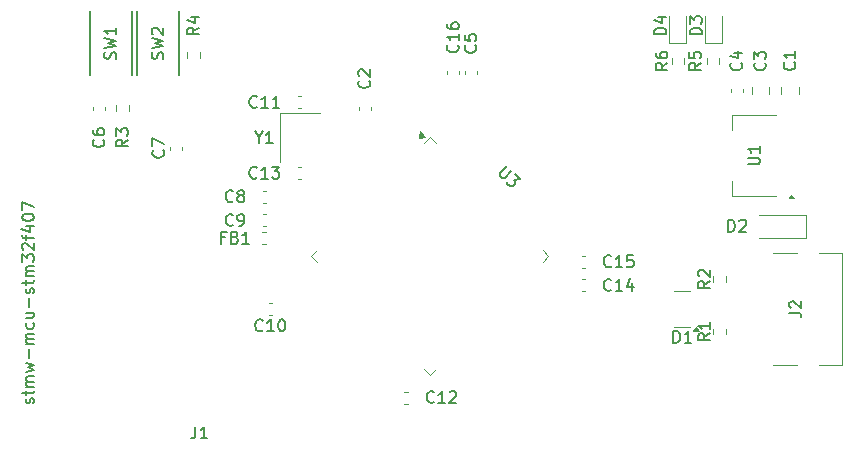
<source format=gto>
%TF.GenerationSoftware,KiCad,Pcbnew,9.0.4+dfsg-1*%
%TF.CreationDate,2025-10-04T09:30:26+08:00*%
%TF.ProjectId,stmw-mcu-stm32f407,73746d77-2d6d-4637-952d-73746d333266,a*%
%TF.SameCoordinates,Original*%
%TF.FileFunction,Legend,Top*%
%TF.FilePolarity,Positive*%
%FSLAX45Y45*%
G04 Gerber Fmt 4.5, Leading zero omitted, Abs format (unit mm)*
G04 Created by KiCad (PCBNEW 9.0.4+dfsg-1) date 2025-10-04 09:30:26*
%MOMM*%
%LPD*%
G01*
G04 APERTURE LIST*
%ADD10C,0.150000*%
%ADD11C,0.120000*%
G04 APERTURE END LIST*
D10*
X13016667Y-11345482D02*
X13016667Y-11416910D01*
X13016667Y-11416910D02*
X13011905Y-11431196D01*
X13011905Y-11431196D02*
X13002381Y-11440720D01*
X13002381Y-11440720D02*
X12988095Y-11445482D01*
X12988095Y-11445482D02*
X12978571Y-11445482D01*
X13116667Y-11445482D02*
X13059524Y-11445482D01*
X13088095Y-11445482D02*
X13088095Y-11345482D01*
X13088095Y-11345482D02*
X13078571Y-11359768D01*
X13078571Y-11359768D02*
X13069048Y-11369291D01*
X13069048Y-11369291D02*
X13059524Y-11374053D01*
X11643220Y-11149584D02*
X11647982Y-11140060D01*
X11647982Y-11140060D02*
X11647982Y-11121013D01*
X11647982Y-11121013D02*
X11643220Y-11111489D01*
X11643220Y-11111489D02*
X11633696Y-11106727D01*
X11633696Y-11106727D02*
X11628934Y-11106727D01*
X11628934Y-11106727D02*
X11619410Y-11111489D01*
X11619410Y-11111489D02*
X11614648Y-11121013D01*
X11614648Y-11121013D02*
X11614648Y-11135298D01*
X11614648Y-11135298D02*
X11609887Y-11144822D01*
X11609887Y-11144822D02*
X11600363Y-11149584D01*
X11600363Y-11149584D02*
X11595601Y-11149584D01*
X11595601Y-11149584D02*
X11586077Y-11144822D01*
X11586077Y-11144822D02*
X11581315Y-11135298D01*
X11581315Y-11135298D02*
X11581315Y-11121013D01*
X11581315Y-11121013D02*
X11586077Y-11111489D01*
X11581315Y-11078155D02*
X11581315Y-11040060D01*
X11547982Y-11063870D02*
X11633696Y-11063870D01*
X11633696Y-11063870D02*
X11643220Y-11059108D01*
X11643220Y-11059108D02*
X11647982Y-11049584D01*
X11647982Y-11049584D02*
X11647982Y-11040060D01*
X11647982Y-11006727D02*
X11581315Y-11006727D01*
X11590839Y-11006727D02*
X11586077Y-11001965D01*
X11586077Y-11001965D02*
X11581315Y-10992441D01*
X11581315Y-10992441D02*
X11581315Y-10978155D01*
X11581315Y-10978155D02*
X11586077Y-10968632D01*
X11586077Y-10968632D02*
X11595601Y-10963870D01*
X11595601Y-10963870D02*
X11647982Y-10963870D01*
X11595601Y-10963870D02*
X11586077Y-10959108D01*
X11586077Y-10959108D02*
X11581315Y-10949584D01*
X11581315Y-10949584D02*
X11581315Y-10935298D01*
X11581315Y-10935298D02*
X11586077Y-10925774D01*
X11586077Y-10925774D02*
X11595601Y-10921012D01*
X11595601Y-10921012D02*
X11647982Y-10921012D01*
X11581315Y-10882917D02*
X11647982Y-10863870D01*
X11647982Y-10863870D02*
X11600363Y-10844822D01*
X11600363Y-10844822D02*
X11647982Y-10825774D01*
X11647982Y-10825774D02*
X11581315Y-10806727D01*
X11609887Y-10768632D02*
X11609887Y-10692441D01*
X11647982Y-10644822D02*
X11581315Y-10644822D01*
X11590839Y-10644822D02*
X11586077Y-10640060D01*
X11586077Y-10640060D02*
X11581315Y-10630536D01*
X11581315Y-10630536D02*
X11581315Y-10616251D01*
X11581315Y-10616251D02*
X11586077Y-10606727D01*
X11586077Y-10606727D02*
X11595601Y-10601965D01*
X11595601Y-10601965D02*
X11647982Y-10601965D01*
X11595601Y-10601965D02*
X11586077Y-10597203D01*
X11586077Y-10597203D02*
X11581315Y-10587679D01*
X11581315Y-10587679D02*
X11581315Y-10573394D01*
X11581315Y-10573394D02*
X11586077Y-10563870D01*
X11586077Y-10563870D02*
X11595601Y-10559108D01*
X11595601Y-10559108D02*
X11647982Y-10559108D01*
X11643220Y-10468632D02*
X11647982Y-10478155D01*
X11647982Y-10478155D02*
X11647982Y-10497203D01*
X11647982Y-10497203D02*
X11643220Y-10506727D01*
X11643220Y-10506727D02*
X11638458Y-10511489D01*
X11638458Y-10511489D02*
X11628934Y-10516251D01*
X11628934Y-10516251D02*
X11600363Y-10516251D01*
X11600363Y-10516251D02*
X11590839Y-10511489D01*
X11590839Y-10511489D02*
X11586077Y-10506727D01*
X11586077Y-10506727D02*
X11581315Y-10497203D01*
X11581315Y-10497203D02*
X11581315Y-10478155D01*
X11581315Y-10478155D02*
X11586077Y-10468632D01*
X11581315Y-10382917D02*
X11647982Y-10382917D01*
X11581315Y-10425774D02*
X11633696Y-10425774D01*
X11633696Y-10425774D02*
X11643220Y-10421013D01*
X11643220Y-10421013D02*
X11647982Y-10411489D01*
X11647982Y-10411489D02*
X11647982Y-10397203D01*
X11647982Y-10397203D02*
X11643220Y-10387679D01*
X11643220Y-10387679D02*
X11638458Y-10382917D01*
X11609887Y-10335298D02*
X11609887Y-10259108D01*
X11643220Y-10216251D02*
X11647982Y-10206727D01*
X11647982Y-10206727D02*
X11647982Y-10187679D01*
X11647982Y-10187679D02*
X11643220Y-10178155D01*
X11643220Y-10178155D02*
X11633696Y-10173394D01*
X11633696Y-10173394D02*
X11628934Y-10173394D01*
X11628934Y-10173394D02*
X11619410Y-10178155D01*
X11619410Y-10178155D02*
X11614648Y-10187679D01*
X11614648Y-10187679D02*
X11614648Y-10201965D01*
X11614648Y-10201965D02*
X11609887Y-10211489D01*
X11609887Y-10211489D02*
X11600363Y-10216251D01*
X11600363Y-10216251D02*
X11595601Y-10216251D01*
X11595601Y-10216251D02*
X11586077Y-10211489D01*
X11586077Y-10211489D02*
X11581315Y-10201965D01*
X11581315Y-10201965D02*
X11581315Y-10187679D01*
X11581315Y-10187679D02*
X11586077Y-10178155D01*
X11581315Y-10144822D02*
X11581315Y-10106727D01*
X11547982Y-10130536D02*
X11633696Y-10130536D01*
X11633696Y-10130536D02*
X11643220Y-10125774D01*
X11643220Y-10125774D02*
X11647982Y-10116251D01*
X11647982Y-10116251D02*
X11647982Y-10106727D01*
X11647982Y-10073393D02*
X11581315Y-10073393D01*
X11590839Y-10073393D02*
X11586077Y-10068632D01*
X11586077Y-10068632D02*
X11581315Y-10059108D01*
X11581315Y-10059108D02*
X11581315Y-10044822D01*
X11581315Y-10044822D02*
X11586077Y-10035298D01*
X11586077Y-10035298D02*
X11595601Y-10030536D01*
X11595601Y-10030536D02*
X11647982Y-10030536D01*
X11595601Y-10030536D02*
X11586077Y-10025774D01*
X11586077Y-10025774D02*
X11581315Y-10016251D01*
X11581315Y-10016251D02*
X11581315Y-10001965D01*
X11581315Y-10001965D02*
X11586077Y-9992441D01*
X11586077Y-9992441D02*
X11595601Y-9987679D01*
X11595601Y-9987679D02*
X11647982Y-9987679D01*
X11547982Y-9949584D02*
X11547982Y-9887679D01*
X11547982Y-9887679D02*
X11586077Y-9921013D01*
X11586077Y-9921013D02*
X11586077Y-9906727D01*
X11586077Y-9906727D02*
X11590839Y-9897203D01*
X11590839Y-9897203D02*
X11595601Y-9892441D01*
X11595601Y-9892441D02*
X11605125Y-9887679D01*
X11605125Y-9887679D02*
X11628934Y-9887679D01*
X11628934Y-9887679D02*
X11638458Y-9892441D01*
X11638458Y-9892441D02*
X11643220Y-9897203D01*
X11643220Y-9897203D02*
X11647982Y-9906727D01*
X11647982Y-9906727D02*
X11647982Y-9935298D01*
X11647982Y-9935298D02*
X11643220Y-9944822D01*
X11643220Y-9944822D02*
X11638458Y-9949584D01*
X11557506Y-9849584D02*
X11552744Y-9844822D01*
X11552744Y-9844822D02*
X11547982Y-9835298D01*
X11547982Y-9835298D02*
X11547982Y-9811489D01*
X11547982Y-9811489D02*
X11552744Y-9801965D01*
X11552744Y-9801965D02*
X11557506Y-9797203D01*
X11557506Y-9797203D02*
X11567029Y-9792441D01*
X11567029Y-9792441D02*
X11576553Y-9792441D01*
X11576553Y-9792441D02*
X11590839Y-9797203D01*
X11590839Y-9797203D02*
X11647982Y-9854346D01*
X11647982Y-9854346D02*
X11647982Y-9792441D01*
X11581315Y-9763870D02*
X11581315Y-9725774D01*
X11647982Y-9749584D02*
X11562268Y-9749584D01*
X11562268Y-9749584D02*
X11552744Y-9744822D01*
X11552744Y-9744822D02*
X11547982Y-9735298D01*
X11547982Y-9735298D02*
X11547982Y-9725774D01*
X11581315Y-9649584D02*
X11647982Y-9649584D01*
X11543220Y-9673393D02*
X11614648Y-9697203D01*
X11614648Y-9697203D02*
X11614648Y-9635298D01*
X11547982Y-9578155D02*
X11547982Y-9568632D01*
X11547982Y-9568632D02*
X11552744Y-9559108D01*
X11552744Y-9559108D02*
X11557506Y-9554346D01*
X11557506Y-9554346D02*
X11567029Y-9549584D01*
X11567029Y-9549584D02*
X11586077Y-9544822D01*
X11586077Y-9544822D02*
X11609887Y-9544822D01*
X11609887Y-9544822D02*
X11628934Y-9549584D01*
X11628934Y-9549584D02*
X11638458Y-9554346D01*
X11638458Y-9554346D02*
X11643220Y-9559108D01*
X11643220Y-9559108D02*
X11647982Y-9568632D01*
X11647982Y-9568632D02*
X11647982Y-9578155D01*
X11647982Y-9578155D02*
X11643220Y-9587679D01*
X11643220Y-9587679D02*
X11638458Y-9592441D01*
X11638458Y-9592441D02*
X11628934Y-9597203D01*
X11628934Y-9597203D02*
X11609887Y-9601965D01*
X11609887Y-9601965D02*
X11586077Y-9601965D01*
X11586077Y-9601965D02*
X11567029Y-9597203D01*
X11567029Y-9597203D02*
X11557506Y-9592441D01*
X11557506Y-9592441D02*
X11552744Y-9587679D01*
X11552744Y-9587679D02*
X11547982Y-9578155D01*
X11547982Y-9511489D02*
X11547982Y-9444822D01*
X11547982Y-9444822D02*
X11647982Y-9487679D01*
X18045482Y-10383333D02*
X18116910Y-10383333D01*
X18116910Y-10383333D02*
X18131196Y-10388095D01*
X18131196Y-10388095D02*
X18140720Y-10397619D01*
X18140720Y-10397619D02*
X18145482Y-10411905D01*
X18145482Y-10411905D02*
X18145482Y-10421429D01*
X18055006Y-10340476D02*
X18050244Y-10335714D01*
X18050244Y-10335714D02*
X18045482Y-10326190D01*
X18045482Y-10326190D02*
X18045482Y-10302381D01*
X18045482Y-10302381D02*
X18050244Y-10292857D01*
X18050244Y-10292857D02*
X18055006Y-10288095D01*
X18055006Y-10288095D02*
X18064530Y-10283333D01*
X18064530Y-10283333D02*
X18074053Y-10283333D01*
X18074053Y-10283333D02*
X18088339Y-10288095D01*
X18088339Y-10288095D02*
X18145482Y-10345238D01*
X18145482Y-10345238D02*
X18145482Y-10283333D01*
X16535714Y-10185958D02*
X16530952Y-10190720D01*
X16530952Y-10190720D02*
X16516667Y-10195482D01*
X16516667Y-10195482D02*
X16507143Y-10195482D01*
X16507143Y-10195482D02*
X16492857Y-10190720D01*
X16492857Y-10190720D02*
X16483333Y-10181196D01*
X16483333Y-10181196D02*
X16478571Y-10171672D01*
X16478571Y-10171672D02*
X16473809Y-10152625D01*
X16473809Y-10152625D02*
X16473809Y-10138339D01*
X16473809Y-10138339D02*
X16478571Y-10119291D01*
X16478571Y-10119291D02*
X16483333Y-10109768D01*
X16483333Y-10109768D02*
X16492857Y-10100244D01*
X16492857Y-10100244D02*
X16507143Y-10095482D01*
X16507143Y-10095482D02*
X16516667Y-10095482D01*
X16516667Y-10095482D02*
X16530952Y-10100244D01*
X16530952Y-10100244D02*
X16535714Y-10105006D01*
X16630952Y-10195482D02*
X16573809Y-10195482D01*
X16602381Y-10195482D02*
X16602381Y-10095482D01*
X16602381Y-10095482D02*
X16592857Y-10109768D01*
X16592857Y-10109768D02*
X16583333Y-10119291D01*
X16583333Y-10119291D02*
X16573809Y-10124053D01*
X16716667Y-10128815D02*
X16716667Y-10195482D01*
X16692857Y-10090720D02*
X16669048Y-10162149D01*
X16669048Y-10162149D02*
X16730952Y-10162149D01*
X13535714Y-8635958D02*
X13530952Y-8640720D01*
X13530952Y-8640720D02*
X13516667Y-8645482D01*
X13516667Y-8645482D02*
X13507143Y-8645482D01*
X13507143Y-8645482D02*
X13492857Y-8640720D01*
X13492857Y-8640720D02*
X13483333Y-8631196D01*
X13483333Y-8631196D02*
X13478571Y-8621672D01*
X13478571Y-8621672D02*
X13473809Y-8602625D01*
X13473809Y-8602625D02*
X13473809Y-8588339D01*
X13473809Y-8588339D02*
X13478571Y-8569291D01*
X13478571Y-8569291D02*
X13483333Y-8559768D01*
X13483333Y-8559768D02*
X13492857Y-8550244D01*
X13492857Y-8550244D02*
X13507143Y-8545482D01*
X13507143Y-8545482D02*
X13516667Y-8545482D01*
X13516667Y-8545482D02*
X13530952Y-8550244D01*
X13530952Y-8550244D02*
X13535714Y-8555006D01*
X13630952Y-8645482D02*
X13573809Y-8645482D01*
X13602381Y-8645482D02*
X13602381Y-8545482D01*
X13602381Y-8545482D02*
X13592857Y-8559768D01*
X13592857Y-8559768D02*
X13583333Y-8569291D01*
X13583333Y-8569291D02*
X13573809Y-8574053D01*
X13726190Y-8645482D02*
X13669048Y-8645482D01*
X13697619Y-8645482D02*
X13697619Y-8545482D01*
X13697619Y-8545482D02*
X13688095Y-8559768D01*
X13688095Y-8559768D02*
X13678571Y-8569291D01*
X13678571Y-8569291D02*
X13669048Y-8574053D01*
X17302482Y-8023809D02*
X17202482Y-8023809D01*
X17202482Y-8023809D02*
X17202482Y-8000000D01*
X17202482Y-8000000D02*
X17207244Y-7985714D01*
X17207244Y-7985714D02*
X17216768Y-7976190D01*
X17216768Y-7976190D02*
X17226291Y-7971428D01*
X17226291Y-7971428D02*
X17245339Y-7966667D01*
X17245339Y-7966667D02*
X17259625Y-7966667D01*
X17259625Y-7966667D02*
X17278672Y-7971428D01*
X17278672Y-7971428D02*
X17288196Y-7976190D01*
X17288196Y-7976190D02*
X17297720Y-7985714D01*
X17297720Y-7985714D02*
X17302482Y-8000000D01*
X17302482Y-8000000D02*
X17302482Y-8023809D01*
X17202482Y-7933333D02*
X17202482Y-7871428D01*
X17202482Y-7871428D02*
X17240577Y-7904762D01*
X17240577Y-7904762D02*
X17240577Y-7890476D01*
X17240577Y-7890476D02*
X17245339Y-7880952D01*
X17245339Y-7880952D02*
X17250101Y-7876190D01*
X17250101Y-7876190D02*
X17259625Y-7871428D01*
X17259625Y-7871428D02*
X17283434Y-7871428D01*
X17283434Y-7871428D02*
X17292958Y-7876190D01*
X17292958Y-7876190D02*
X17297720Y-7880952D01*
X17297720Y-7880952D02*
X17302482Y-7890476D01*
X17302482Y-7890476D02*
X17302482Y-7919047D01*
X17302482Y-7919047D02*
X17297720Y-7928571D01*
X17297720Y-7928571D02*
X17292958Y-7933333D01*
X18085958Y-8262667D02*
X18090720Y-8267428D01*
X18090720Y-8267428D02*
X18095482Y-8281714D01*
X18095482Y-8281714D02*
X18095482Y-8291238D01*
X18095482Y-8291238D02*
X18090720Y-8305524D01*
X18090720Y-8305524D02*
X18081196Y-8315047D01*
X18081196Y-8315047D02*
X18071672Y-8319809D01*
X18071672Y-8319809D02*
X18052625Y-8324571D01*
X18052625Y-8324571D02*
X18038339Y-8324571D01*
X18038339Y-8324571D02*
X18019291Y-8319809D01*
X18019291Y-8319809D02*
X18009768Y-8315047D01*
X18009768Y-8315047D02*
X18000244Y-8305524D01*
X18000244Y-8305524D02*
X17995482Y-8291238D01*
X17995482Y-8291238D02*
X17995482Y-8281714D01*
X17995482Y-8281714D02*
X18000244Y-8267428D01*
X18000244Y-8267428D02*
X18005006Y-8262667D01*
X18095482Y-8167428D02*
X18095482Y-8224571D01*
X18095482Y-8196000D02*
X17995482Y-8196000D01*
X17995482Y-8196000D02*
X18009768Y-8205524D01*
X18009768Y-8205524D02*
X18019291Y-8215047D01*
X18019291Y-8215047D02*
X18024053Y-8224571D01*
X17062691Y-10635482D02*
X17062691Y-10535482D01*
X17062691Y-10535482D02*
X17086500Y-10535482D01*
X17086500Y-10535482D02*
X17100786Y-10540244D01*
X17100786Y-10540244D02*
X17110310Y-10549768D01*
X17110310Y-10549768D02*
X17115071Y-10559291D01*
X17115071Y-10559291D02*
X17119833Y-10578339D01*
X17119833Y-10578339D02*
X17119833Y-10592625D01*
X17119833Y-10592625D02*
X17115071Y-10611672D01*
X17115071Y-10611672D02*
X17110310Y-10621196D01*
X17110310Y-10621196D02*
X17100786Y-10630720D01*
X17100786Y-10630720D02*
X17086500Y-10635482D01*
X17086500Y-10635482D02*
X17062691Y-10635482D01*
X17215071Y-10635482D02*
X17157929Y-10635482D01*
X17186500Y-10635482D02*
X17186500Y-10535482D01*
X17186500Y-10535482D02*
X17176976Y-10549768D01*
X17176976Y-10549768D02*
X17167452Y-10559291D01*
X17167452Y-10559291D02*
X17157929Y-10564053D01*
X17372482Y-10557167D02*
X17324863Y-10590500D01*
X17372482Y-10614309D02*
X17272482Y-10614309D01*
X17272482Y-10614309D02*
X17272482Y-10576214D01*
X17272482Y-10576214D02*
X17277244Y-10566690D01*
X17277244Y-10566690D02*
X17282006Y-10561929D01*
X17282006Y-10561929D02*
X17291530Y-10557167D01*
X17291530Y-10557167D02*
X17305815Y-10557167D01*
X17305815Y-10557167D02*
X17315339Y-10561929D01*
X17315339Y-10561929D02*
X17320101Y-10566690D01*
X17320101Y-10566690D02*
X17324863Y-10576214D01*
X17324863Y-10576214D02*
X17324863Y-10614309D01*
X17372482Y-10461929D02*
X17372482Y-10519071D01*
X17372482Y-10490500D02*
X17272482Y-10490500D01*
X17272482Y-10490500D02*
X17286768Y-10500024D01*
X17286768Y-10500024D02*
X17296291Y-10509548D01*
X17296291Y-10509548D02*
X17301053Y-10519071D01*
X15651477Y-9140773D02*
X15594235Y-9198015D01*
X15594235Y-9198015D02*
X15590868Y-9208117D01*
X15590868Y-9208117D02*
X15590868Y-9214851D01*
X15590868Y-9214851D02*
X15594235Y-9224953D01*
X15594235Y-9224953D02*
X15607704Y-9238421D01*
X15607704Y-9238421D02*
X15617805Y-9241789D01*
X15617805Y-9241789D02*
X15624540Y-9241789D01*
X15624540Y-9241789D02*
X15634641Y-9238421D01*
X15634641Y-9238421D02*
X15691883Y-9181179D01*
X15718820Y-9208117D02*
X15762594Y-9251890D01*
X15762594Y-9251890D02*
X15712086Y-9255257D01*
X15712086Y-9255257D02*
X15722188Y-9265359D01*
X15722188Y-9265359D02*
X15725555Y-9275460D01*
X15725555Y-9275460D02*
X15725555Y-9282195D01*
X15725555Y-9282195D02*
X15722188Y-9292296D01*
X15722188Y-9292296D02*
X15705352Y-9309132D01*
X15705352Y-9309132D02*
X15695250Y-9312499D01*
X15695250Y-9312499D02*
X15688516Y-9312499D01*
X15688516Y-9312499D02*
X15678414Y-9309132D01*
X15678414Y-9309132D02*
X15658211Y-9288929D01*
X15658211Y-9288929D02*
X15654844Y-9278828D01*
X15654844Y-9278828D02*
X15654844Y-9272093D01*
X12445482Y-8916667D02*
X12397863Y-8950000D01*
X12445482Y-8973809D02*
X12345482Y-8973809D01*
X12345482Y-8973809D02*
X12345482Y-8935714D01*
X12345482Y-8935714D02*
X12350244Y-8926190D01*
X12350244Y-8926190D02*
X12355006Y-8921429D01*
X12355006Y-8921429D02*
X12364529Y-8916667D01*
X12364529Y-8916667D02*
X12378815Y-8916667D01*
X12378815Y-8916667D02*
X12388339Y-8921429D01*
X12388339Y-8921429D02*
X12393101Y-8926190D01*
X12393101Y-8926190D02*
X12397863Y-8935714D01*
X12397863Y-8935714D02*
X12397863Y-8973809D01*
X12345482Y-8883333D02*
X12345482Y-8821429D01*
X12345482Y-8821429D02*
X12383577Y-8854762D01*
X12383577Y-8854762D02*
X12383577Y-8840476D01*
X12383577Y-8840476D02*
X12388339Y-8830952D01*
X12388339Y-8830952D02*
X12393101Y-8826190D01*
X12393101Y-8826190D02*
X12402625Y-8821429D01*
X12402625Y-8821429D02*
X12426434Y-8821429D01*
X12426434Y-8821429D02*
X12435958Y-8826190D01*
X12435958Y-8826190D02*
X12440720Y-8830952D01*
X12440720Y-8830952D02*
X12445482Y-8840476D01*
X12445482Y-8840476D02*
X12445482Y-8869048D01*
X12445482Y-8869048D02*
X12440720Y-8878571D01*
X12440720Y-8878571D02*
X12435958Y-8883333D01*
X17372482Y-10112667D02*
X17324863Y-10146000D01*
X17372482Y-10169809D02*
X17272482Y-10169809D01*
X17272482Y-10169809D02*
X17272482Y-10131714D01*
X17272482Y-10131714D02*
X17277244Y-10122190D01*
X17277244Y-10122190D02*
X17282006Y-10117429D01*
X17282006Y-10117429D02*
X17291530Y-10112667D01*
X17291530Y-10112667D02*
X17305815Y-10112667D01*
X17305815Y-10112667D02*
X17315339Y-10117429D01*
X17315339Y-10117429D02*
X17320101Y-10122190D01*
X17320101Y-10122190D02*
X17324863Y-10131714D01*
X17324863Y-10131714D02*
X17324863Y-10169809D01*
X17282006Y-10074571D02*
X17277244Y-10069809D01*
X17277244Y-10069809D02*
X17272482Y-10060286D01*
X17272482Y-10060286D02*
X17272482Y-10036476D01*
X17272482Y-10036476D02*
X17277244Y-10026952D01*
X17277244Y-10026952D02*
X17282006Y-10022190D01*
X17282006Y-10022190D02*
X17291530Y-10017429D01*
X17291530Y-10017429D02*
X17301053Y-10017429D01*
X17301053Y-10017429D02*
X17315339Y-10022190D01*
X17315339Y-10022190D02*
X17372482Y-10079333D01*
X17372482Y-10079333D02*
X17372482Y-10017429D01*
X13552381Y-8897863D02*
X13552381Y-8945482D01*
X13519048Y-8845482D02*
X13552381Y-8897863D01*
X13552381Y-8897863D02*
X13585714Y-8845482D01*
X13671428Y-8945482D02*
X13614286Y-8945482D01*
X13642857Y-8945482D02*
X13642857Y-8845482D01*
X13642857Y-8845482D02*
X13633333Y-8859768D01*
X13633333Y-8859768D02*
X13623809Y-8869291D01*
X13623809Y-8869291D02*
X13614286Y-8874053D01*
X17295482Y-8266667D02*
X17247863Y-8300000D01*
X17295482Y-8323809D02*
X17195482Y-8323809D01*
X17195482Y-8323809D02*
X17195482Y-8285714D01*
X17195482Y-8285714D02*
X17200244Y-8276190D01*
X17200244Y-8276190D02*
X17205006Y-8271428D01*
X17205006Y-8271428D02*
X17214530Y-8266667D01*
X17214530Y-8266667D02*
X17228815Y-8266667D01*
X17228815Y-8266667D02*
X17238339Y-8271428D01*
X17238339Y-8271428D02*
X17243101Y-8276190D01*
X17243101Y-8276190D02*
X17247863Y-8285714D01*
X17247863Y-8285714D02*
X17247863Y-8323809D01*
X17195482Y-8176190D02*
X17195482Y-8223809D01*
X17195482Y-8223809D02*
X17243101Y-8228571D01*
X17243101Y-8228571D02*
X17238339Y-8223809D01*
X17238339Y-8223809D02*
X17233577Y-8214286D01*
X17233577Y-8214286D02*
X17233577Y-8190476D01*
X17233577Y-8190476D02*
X17238339Y-8180952D01*
X17238339Y-8180952D02*
X17243101Y-8176190D01*
X17243101Y-8176190D02*
X17252625Y-8171428D01*
X17252625Y-8171428D02*
X17276434Y-8171428D01*
X17276434Y-8171428D02*
X17285958Y-8176190D01*
X17285958Y-8176190D02*
X17290720Y-8180952D01*
X17290720Y-8180952D02*
X17295482Y-8190476D01*
X17295482Y-8190476D02*
X17295482Y-8214286D01*
X17295482Y-8214286D02*
X17290720Y-8223809D01*
X17290720Y-8223809D02*
X17285958Y-8228571D01*
X14485958Y-8416667D02*
X14490720Y-8421429D01*
X14490720Y-8421429D02*
X14495482Y-8435714D01*
X14495482Y-8435714D02*
X14495482Y-8445238D01*
X14495482Y-8445238D02*
X14490720Y-8459524D01*
X14490720Y-8459524D02*
X14481196Y-8469048D01*
X14481196Y-8469048D02*
X14471672Y-8473809D01*
X14471672Y-8473809D02*
X14452625Y-8478571D01*
X14452625Y-8478571D02*
X14438339Y-8478571D01*
X14438339Y-8478571D02*
X14419291Y-8473809D01*
X14419291Y-8473809D02*
X14409768Y-8469048D01*
X14409768Y-8469048D02*
X14400244Y-8459524D01*
X14400244Y-8459524D02*
X14395482Y-8445238D01*
X14395482Y-8445238D02*
X14395482Y-8435714D01*
X14395482Y-8435714D02*
X14400244Y-8421429D01*
X14400244Y-8421429D02*
X14405006Y-8416667D01*
X14405006Y-8378571D02*
X14400244Y-8373809D01*
X14400244Y-8373809D02*
X14395482Y-8364286D01*
X14395482Y-8364286D02*
X14395482Y-8340476D01*
X14395482Y-8340476D02*
X14400244Y-8330952D01*
X14400244Y-8330952D02*
X14405006Y-8326190D01*
X14405006Y-8326190D02*
X14414529Y-8321428D01*
X14414529Y-8321428D02*
X14424053Y-8321428D01*
X14424053Y-8321428D02*
X14438339Y-8326190D01*
X14438339Y-8326190D02*
X14495482Y-8383333D01*
X14495482Y-8383333D02*
X14495482Y-8321428D01*
X13333333Y-9635958D02*
X13328571Y-9640720D01*
X13328571Y-9640720D02*
X13314286Y-9645482D01*
X13314286Y-9645482D02*
X13304762Y-9645482D01*
X13304762Y-9645482D02*
X13290476Y-9640720D01*
X13290476Y-9640720D02*
X13280952Y-9631196D01*
X13280952Y-9631196D02*
X13276190Y-9621672D01*
X13276190Y-9621672D02*
X13271429Y-9602625D01*
X13271429Y-9602625D02*
X13271429Y-9588339D01*
X13271429Y-9588339D02*
X13276190Y-9569291D01*
X13276190Y-9569291D02*
X13280952Y-9559768D01*
X13280952Y-9559768D02*
X13290476Y-9550244D01*
X13290476Y-9550244D02*
X13304762Y-9545482D01*
X13304762Y-9545482D02*
X13314286Y-9545482D01*
X13314286Y-9545482D02*
X13328571Y-9550244D01*
X13328571Y-9550244D02*
X13333333Y-9555006D01*
X13380952Y-9645482D02*
X13400000Y-9645482D01*
X13400000Y-9645482D02*
X13409524Y-9640720D01*
X13409524Y-9640720D02*
X13414286Y-9635958D01*
X13414286Y-9635958D02*
X13423809Y-9621672D01*
X13423809Y-9621672D02*
X13428571Y-9602625D01*
X13428571Y-9602625D02*
X13428571Y-9564530D01*
X13428571Y-9564530D02*
X13423809Y-9555006D01*
X13423809Y-9555006D02*
X13419048Y-9550244D01*
X13419048Y-9550244D02*
X13409524Y-9545482D01*
X13409524Y-9545482D02*
X13390476Y-9545482D01*
X13390476Y-9545482D02*
X13380952Y-9550244D01*
X13380952Y-9550244D02*
X13376190Y-9555006D01*
X13376190Y-9555006D02*
X13371429Y-9564530D01*
X13371429Y-9564530D02*
X13371429Y-9588339D01*
X13371429Y-9588339D02*
X13376190Y-9597863D01*
X13376190Y-9597863D02*
X13380952Y-9602625D01*
X13380952Y-9602625D02*
X13390476Y-9607387D01*
X13390476Y-9607387D02*
X13409524Y-9607387D01*
X13409524Y-9607387D02*
X13419048Y-9602625D01*
X13419048Y-9602625D02*
X13423809Y-9597863D01*
X13423809Y-9597863D02*
X13428571Y-9588339D01*
X12235958Y-8916667D02*
X12240720Y-8921429D01*
X12240720Y-8921429D02*
X12245482Y-8935714D01*
X12245482Y-8935714D02*
X12245482Y-8945238D01*
X12245482Y-8945238D02*
X12240720Y-8959524D01*
X12240720Y-8959524D02*
X12231196Y-8969048D01*
X12231196Y-8969048D02*
X12221672Y-8973809D01*
X12221672Y-8973809D02*
X12202625Y-8978571D01*
X12202625Y-8978571D02*
X12188339Y-8978571D01*
X12188339Y-8978571D02*
X12169291Y-8973809D01*
X12169291Y-8973809D02*
X12159768Y-8969048D01*
X12159768Y-8969048D02*
X12150244Y-8959524D01*
X12150244Y-8959524D02*
X12145482Y-8945238D01*
X12145482Y-8945238D02*
X12145482Y-8935714D01*
X12145482Y-8935714D02*
X12150244Y-8921429D01*
X12150244Y-8921429D02*
X12155006Y-8916667D01*
X12145482Y-8830952D02*
X12145482Y-8850000D01*
X12145482Y-8850000D02*
X12150244Y-8859524D01*
X12150244Y-8859524D02*
X12155006Y-8864286D01*
X12155006Y-8864286D02*
X12169291Y-8873809D01*
X12169291Y-8873809D02*
X12188339Y-8878571D01*
X12188339Y-8878571D02*
X12226434Y-8878571D01*
X12226434Y-8878571D02*
X12235958Y-8873809D01*
X12235958Y-8873809D02*
X12240720Y-8869048D01*
X12240720Y-8869048D02*
X12245482Y-8859524D01*
X12245482Y-8859524D02*
X12245482Y-8840476D01*
X12245482Y-8840476D02*
X12240720Y-8830952D01*
X12240720Y-8830952D02*
X12235958Y-8826190D01*
X12235958Y-8826190D02*
X12226434Y-8821429D01*
X12226434Y-8821429D02*
X12202625Y-8821429D01*
X12202625Y-8821429D02*
X12193101Y-8826190D01*
X12193101Y-8826190D02*
X12188339Y-8830952D01*
X12188339Y-8830952D02*
X12183577Y-8840476D01*
X12183577Y-8840476D02*
X12183577Y-8859524D01*
X12183577Y-8859524D02*
X12188339Y-8869048D01*
X12188339Y-8869048D02*
X12193101Y-8873809D01*
X12193101Y-8873809D02*
X12202625Y-8878571D01*
X17012982Y-8266667D02*
X16965363Y-8300000D01*
X17012982Y-8323809D02*
X16912982Y-8323809D01*
X16912982Y-8323809D02*
X16912982Y-8285714D01*
X16912982Y-8285714D02*
X16917744Y-8276190D01*
X16917744Y-8276190D02*
X16922506Y-8271428D01*
X16922506Y-8271428D02*
X16932030Y-8266667D01*
X16932030Y-8266667D02*
X16946315Y-8266667D01*
X16946315Y-8266667D02*
X16955839Y-8271428D01*
X16955839Y-8271428D02*
X16960601Y-8276190D01*
X16960601Y-8276190D02*
X16965363Y-8285714D01*
X16965363Y-8285714D02*
X16965363Y-8323809D01*
X16912982Y-8180952D02*
X16912982Y-8200000D01*
X16912982Y-8200000D02*
X16917744Y-8209524D01*
X16917744Y-8209524D02*
X16922506Y-8214286D01*
X16922506Y-8214286D02*
X16936791Y-8223809D01*
X16936791Y-8223809D02*
X16955839Y-8228571D01*
X16955839Y-8228571D02*
X16993934Y-8228571D01*
X16993934Y-8228571D02*
X17003458Y-8223809D01*
X17003458Y-8223809D02*
X17008220Y-8219047D01*
X17008220Y-8219047D02*
X17012982Y-8209524D01*
X17012982Y-8209524D02*
X17012982Y-8190476D01*
X17012982Y-8190476D02*
X17008220Y-8180952D01*
X17008220Y-8180952D02*
X17003458Y-8176190D01*
X17003458Y-8176190D02*
X16993934Y-8171428D01*
X16993934Y-8171428D02*
X16970125Y-8171428D01*
X16970125Y-8171428D02*
X16960601Y-8176190D01*
X16960601Y-8176190D02*
X16955839Y-8180952D01*
X16955839Y-8180952D02*
X16951077Y-8190476D01*
X16951077Y-8190476D02*
X16951077Y-8209524D01*
X16951077Y-8209524D02*
X16955839Y-8219047D01*
X16955839Y-8219047D02*
X16960601Y-8223809D01*
X16960601Y-8223809D02*
X16970125Y-8228571D01*
X13585714Y-10528958D02*
X13580952Y-10533720D01*
X13580952Y-10533720D02*
X13566667Y-10538482D01*
X13566667Y-10538482D02*
X13557143Y-10538482D01*
X13557143Y-10538482D02*
X13542857Y-10533720D01*
X13542857Y-10533720D02*
X13533333Y-10524196D01*
X13533333Y-10524196D02*
X13528571Y-10514672D01*
X13528571Y-10514672D02*
X13523809Y-10495625D01*
X13523809Y-10495625D02*
X13523809Y-10481339D01*
X13523809Y-10481339D02*
X13528571Y-10462291D01*
X13528571Y-10462291D02*
X13533333Y-10452768D01*
X13533333Y-10452768D02*
X13542857Y-10443244D01*
X13542857Y-10443244D02*
X13557143Y-10438482D01*
X13557143Y-10438482D02*
X13566667Y-10438482D01*
X13566667Y-10438482D02*
X13580952Y-10443244D01*
X13580952Y-10443244D02*
X13585714Y-10448006D01*
X13680952Y-10538482D02*
X13623809Y-10538482D01*
X13652381Y-10538482D02*
X13652381Y-10438482D01*
X13652381Y-10438482D02*
X13642857Y-10452768D01*
X13642857Y-10452768D02*
X13633333Y-10462291D01*
X13633333Y-10462291D02*
X13623809Y-10467053D01*
X13742857Y-10438482D02*
X13752381Y-10438482D01*
X13752381Y-10438482D02*
X13761905Y-10443244D01*
X13761905Y-10443244D02*
X13766667Y-10448006D01*
X13766667Y-10448006D02*
X13771428Y-10457530D01*
X13771428Y-10457530D02*
X13776190Y-10476577D01*
X13776190Y-10476577D02*
X13776190Y-10500387D01*
X13776190Y-10500387D02*
X13771428Y-10519434D01*
X13771428Y-10519434D02*
X13766667Y-10528958D01*
X13766667Y-10528958D02*
X13761905Y-10533720D01*
X13761905Y-10533720D02*
X13752381Y-10538482D01*
X13752381Y-10538482D02*
X13742857Y-10538482D01*
X13742857Y-10538482D02*
X13733333Y-10533720D01*
X13733333Y-10533720D02*
X13728571Y-10528958D01*
X13728571Y-10528958D02*
X13723809Y-10519434D01*
X13723809Y-10519434D02*
X13719048Y-10500387D01*
X13719048Y-10500387D02*
X13719048Y-10476577D01*
X13719048Y-10476577D02*
X13723809Y-10457530D01*
X13723809Y-10457530D02*
X13728571Y-10448006D01*
X13728571Y-10448006D02*
X13733333Y-10443244D01*
X13733333Y-10443244D02*
X13742857Y-10438482D01*
X13535714Y-9235958D02*
X13530952Y-9240720D01*
X13530952Y-9240720D02*
X13516667Y-9245482D01*
X13516667Y-9245482D02*
X13507143Y-9245482D01*
X13507143Y-9245482D02*
X13492857Y-9240720D01*
X13492857Y-9240720D02*
X13483333Y-9231196D01*
X13483333Y-9231196D02*
X13478571Y-9221672D01*
X13478571Y-9221672D02*
X13473809Y-9202625D01*
X13473809Y-9202625D02*
X13473809Y-9188339D01*
X13473809Y-9188339D02*
X13478571Y-9169291D01*
X13478571Y-9169291D02*
X13483333Y-9159768D01*
X13483333Y-9159768D02*
X13492857Y-9150244D01*
X13492857Y-9150244D02*
X13507143Y-9145482D01*
X13507143Y-9145482D02*
X13516667Y-9145482D01*
X13516667Y-9145482D02*
X13530952Y-9150244D01*
X13530952Y-9150244D02*
X13535714Y-9155006D01*
X13630952Y-9245482D02*
X13573809Y-9245482D01*
X13602381Y-9245482D02*
X13602381Y-9145482D01*
X13602381Y-9145482D02*
X13592857Y-9159768D01*
X13592857Y-9159768D02*
X13583333Y-9169291D01*
X13583333Y-9169291D02*
X13573809Y-9174053D01*
X13664286Y-9145482D02*
X13726190Y-9145482D01*
X13726190Y-9145482D02*
X13692857Y-9183577D01*
X13692857Y-9183577D02*
X13707143Y-9183577D01*
X13707143Y-9183577D02*
X13716667Y-9188339D01*
X13716667Y-9188339D02*
X13721428Y-9193101D01*
X13721428Y-9193101D02*
X13726190Y-9202625D01*
X13726190Y-9202625D02*
X13726190Y-9226434D01*
X13726190Y-9226434D02*
X13721428Y-9235958D01*
X13721428Y-9235958D02*
X13716667Y-9240720D01*
X13716667Y-9240720D02*
X13707143Y-9245482D01*
X13707143Y-9245482D02*
X13678571Y-9245482D01*
X13678571Y-9245482D02*
X13669048Y-9240720D01*
X13669048Y-9240720D02*
X13664286Y-9235958D01*
X17835958Y-8266667D02*
X17840720Y-8271428D01*
X17840720Y-8271428D02*
X17845482Y-8285714D01*
X17845482Y-8285714D02*
X17845482Y-8295238D01*
X17845482Y-8295238D02*
X17840720Y-8309524D01*
X17840720Y-8309524D02*
X17831196Y-8319047D01*
X17831196Y-8319047D02*
X17821672Y-8323809D01*
X17821672Y-8323809D02*
X17802625Y-8328571D01*
X17802625Y-8328571D02*
X17788339Y-8328571D01*
X17788339Y-8328571D02*
X17769291Y-8323809D01*
X17769291Y-8323809D02*
X17759768Y-8319047D01*
X17759768Y-8319047D02*
X17750244Y-8309524D01*
X17750244Y-8309524D02*
X17745482Y-8295238D01*
X17745482Y-8295238D02*
X17745482Y-8285714D01*
X17745482Y-8285714D02*
X17750244Y-8271428D01*
X17750244Y-8271428D02*
X17755006Y-8266667D01*
X17745482Y-8233333D02*
X17745482Y-8171428D01*
X17745482Y-8171428D02*
X17783577Y-8204762D01*
X17783577Y-8204762D02*
X17783577Y-8190476D01*
X17783577Y-8190476D02*
X17788339Y-8180952D01*
X17788339Y-8180952D02*
X17793101Y-8176190D01*
X17793101Y-8176190D02*
X17802625Y-8171428D01*
X17802625Y-8171428D02*
X17826434Y-8171428D01*
X17826434Y-8171428D02*
X17835958Y-8176190D01*
X17835958Y-8176190D02*
X17840720Y-8180952D01*
X17840720Y-8180952D02*
X17845482Y-8190476D01*
X17845482Y-8190476D02*
X17845482Y-8219047D01*
X17845482Y-8219047D02*
X17840720Y-8228571D01*
X17840720Y-8228571D02*
X17835958Y-8233333D01*
X17695482Y-9126190D02*
X17776434Y-9126190D01*
X17776434Y-9126190D02*
X17785958Y-9121429D01*
X17785958Y-9121429D02*
X17790720Y-9116667D01*
X17790720Y-9116667D02*
X17795482Y-9107143D01*
X17795482Y-9107143D02*
X17795482Y-9088095D01*
X17795482Y-9088095D02*
X17790720Y-9078571D01*
X17790720Y-9078571D02*
X17785958Y-9073810D01*
X17785958Y-9073810D02*
X17776434Y-9069048D01*
X17776434Y-9069048D02*
X17695482Y-9069048D01*
X17795482Y-8969048D02*
X17795482Y-9026190D01*
X17795482Y-8997619D02*
X17695482Y-8997619D01*
X17695482Y-8997619D02*
X17709768Y-9007143D01*
X17709768Y-9007143D02*
X17719291Y-9016667D01*
X17719291Y-9016667D02*
X17724053Y-9026190D01*
X15035714Y-11135958D02*
X15030952Y-11140720D01*
X15030952Y-11140720D02*
X15016667Y-11145482D01*
X15016667Y-11145482D02*
X15007143Y-11145482D01*
X15007143Y-11145482D02*
X14992857Y-11140720D01*
X14992857Y-11140720D02*
X14983333Y-11131196D01*
X14983333Y-11131196D02*
X14978571Y-11121672D01*
X14978571Y-11121672D02*
X14973809Y-11102625D01*
X14973809Y-11102625D02*
X14973809Y-11088339D01*
X14973809Y-11088339D02*
X14978571Y-11069291D01*
X14978571Y-11069291D02*
X14983333Y-11059768D01*
X14983333Y-11059768D02*
X14992857Y-11050244D01*
X14992857Y-11050244D02*
X15007143Y-11045482D01*
X15007143Y-11045482D02*
X15016667Y-11045482D01*
X15016667Y-11045482D02*
X15030952Y-11050244D01*
X15030952Y-11050244D02*
X15035714Y-11055006D01*
X15130952Y-11145482D02*
X15073809Y-11145482D01*
X15102381Y-11145482D02*
X15102381Y-11045482D01*
X15102381Y-11045482D02*
X15092857Y-11059768D01*
X15092857Y-11059768D02*
X15083333Y-11069291D01*
X15083333Y-11069291D02*
X15073809Y-11074053D01*
X15169048Y-11055006D02*
X15173809Y-11050244D01*
X15173809Y-11050244D02*
X15183333Y-11045482D01*
X15183333Y-11045482D02*
X15207143Y-11045482D01*
X15207143Y-11045482D02*
X15216667Y-11050244D01*
X15216667Y-11050244D02*
X15221428Y-11055006D01*
X15221428Y-11055006D02*
X15226190Y-11064530D01*
X15226190Y-11064530D02*
X15226190Y-11074053D01*
X15226190Y-11074053D02*
X15221428Y-11088339D01*
X15221428Y-11088339D02*
X15164286Y-11145482D01*
X15164286Y-11145482D02*
X15226190Y-11145482D01*
X12742958Y-9006167D02*
X12747720Y-9010929D01*
X12747720Y-9010929D02*
X12752482Y-9025214D01*
X12752482Y-9025214D02*
X12752482Y-9034738D01*
X12752482Y-9034738D02*
X12747720Y-9049024D01*
X12747720Y-9049024D02*
X12738196Y-9058548D01*
X12738196Y-9058548D02*
X12728672Y-9063309D01*
X12728672Y-9063309D02*
X12709625Y-9068071D01*
X12709625Y-9068071D02*
X12695339Y-9068071D01*
X12695339Y-9068071D02*
X12676291Y-9063309D01*
X12676291Y-9063309D02*
X12666768Y-9058548D01*
X12666768Y-9058548D02*
X12657244Y-9049024D01*
X12657244Y-9049024D02*
X12652482Y-9034738D01*
X12652482Y-9034738D02*
X12652482Y-9025214D01*
X12652482Y-9025214D02*
X12657244Y-9010929D01*
X12657244Y-9010929D02*
X12662006Y-9006167D01*
X12652482Y-8972833D02*
X12652482Y-8906167D01*
X12652482Y-8906167D02*
X12752482Y-8949024D01*
X12340720Y-8233333D02*
X12345482Y-8219047D01*
X12345482Y-8219047D02*
X12345482Y-8195238D01*
X12345482Y-8195238D02*
X12340720Y-8185714D01*
X12340720Y-8185714D02*
X12335958Y-8180952D01*
X12335958Y-8180952D02*
X12326434Y-8176190D01*
X12326434Y-8176190D02*
X12316910Y-8176190D01*
X12316910Y-8176190D02*
X12307387Y-8180952D01*
X12307387Y-8180952D02*
X12302625Y-8185714D01*
X12302625Y-8185714D02*
X12297863Y-8195238D01*
X12297863Y-8195238D02*
X12293101Y-8214286D01*
X12293101Y-8214286D02*
X12288339Y-8223809D01*
X12288339Y-8223809D02*
X12283577Y-8228571D01*
X12283577Y-8228571D02*
X12274053Y-8233333D01*
X12274053Y-8233333D02*
X12264529Y-8233333D01*
X12264529Y-8233333D02*
X12255006Y-8228571D01*
X12255006Y-8228571D02*
X12250244Y-8223809D01*
X12250244Y-8223809D02*
X12245482Y-8214286D01*
X12245482Y-8214286D02*
X12245482Y-8190476D01*
X12245482Y-8190476D02*
X12250244Y-8176190D01*
X12245482Y-8142857D02*
X12345482Y-8119047D01*
X12345482Y-8119047D02*
X12274053Y-8100000D01*
X12274053Y-8100000D02*
X12345482Y-8080952D01*
X12345482Y-8080952D02*
X12245482Y-8057143D01*
X12345482Y-7966667D02*
X12345482Y-8023809D01*
X12345482Y-7995238D02*
X12245482Y-7995238D01*
X12245482Y-7995238D02*
X12259768Y-8004762D01*
X12259768Y-8004762D02*
X12269291Y-8014286D01*
X12269291Y-8014286D02*
X12274053Y-8023809D01*
X16535714Y-9985958D02*
X16530952Y-9990720D01*
X16530952Y-9990720D02*
X16516667Y-9995482D01*
X16516667Y-9995482D02*
X16507143Y-9995482D01*
X16507143Y-9995482D02*
X16492857Y-9990720D01*
X16492857Y-9990720D02*
X16483333Y-9981196D01*
X16483333Y-9981196D02*
X16478571Y-9971672D01*
X16478571Y-9971672D02*
X16473809Y-9952625D01*
X16473809Y-9952625D02*
X16473809Y-9938339D01*
X16473809Y-9938339D02*
X16478571Y-9919291D01*
X16478571Y-9919291D02*
X16483333Y-9909768D01*
X16483333Y-9909768D02*
X16492857Y-9900244D01*
X16492857Y-9900244D02*
X16507143Y-9895482D01*
X16507143Y-9895482D02*
X16516667Y-9895482D01*
X16516667Y-9895482D02*
X16530952Y-9900244D01*
X16530952Y-9900244D02*
X16535714Y-9905006D01*
X16630952Y-9995482D02*
X16573809Y-9995482D01*
X16602381Y-9995482D02*
X16602381Y-9895482D01*
X16602381Y-9895482D02*
X16592857Y-9909768D01*
X16592857Y-9909768D02*
X16583333Y-9919291D01*
X16583333Y-9919291D02*
X16573809Y-9924053D01*
X16721428Y-9895482D02*
X16673809Y-9895482D01*
X16673809Y-9895482D02*
X16669048Y-9943101D01*
X16669048Y-9943101D02*
X16673809Y-9938339D01*
X16673809Y-9938339D02*
X16683333Y-9933577D01*
X16683333Y-9933577D02*
X16707143Y-9933577D01*
X16707143Y-9933577D02*
X16716667Y-9938339D01*
X16716667Y-9938339D02*
X16721428Y-9943101D01*
X16721428Y-9943101D02*
X16726190Y-9952625D01*
X16726190Y-9952625D02*
X16726190Y-9976434D01*
X16726190Y-9976434D02*
X16721428Y-9985958D01*
X16721428Y-9985958D02*
X16716667Y-9990720D01*
X16716667Y-9990720D02*
X16707143Y-9995482D01*
X16707143Y-9995482D02*
X16683333Y-9995482D01*
X16683333Y-9995482D02*
X16673809Y-9990720D01*
X16673809Y-9990720D02*
X16669048Y-9985958D01*
X15235958Y-8114286D02*
X15240720Y-8119048D01*
X15240720Y-8119048D02*
X15245482Y-8133333D01*
X15245482Y-8133333D02*
X15245482Y-8142857D01*
X15245482Y-8142857D02*
X15240720Y-8157143D01*
X15240720Y-8157143D02*
X15231196Y-8166667D01*
X15231196Y-8166667D02*
X15221672Y-8171428D01*
X15221672Y-8171428D02*
X15202625Y-8176190D01*
X15202625Y-8176190D02*
X15188339Y-8176190D01*
X15188339Y-8176190D02*
X15169291Y-8171428D01*
X15169291Y-8171428D02*
X15159768Y-8166667D01*
X15159768Y-8166667D02*
X15150244Y-8157143D01*
X15150244Y-8157143D02*
X15145482Y-8142857D01*
X15145482Y-8142857D02*
X15145482Y-8133333D01*
X15145482Y-8133333D02*
X15150244Y-8119048D01*
X15150244Y-8119048D02*
X15155006Y-8114286D01*
X15245482Y-8019048D02*
X15245482Y-8076190D01*
X15245482Y-8047619D02*
X15145482Y-8047619D01*
X15145482Y-8047619D02*
X15159768Y-8057143D01*
X15159768Y-8057143D02*
X15169291Y-8066667D01*
X15169291Y-8066667D02*
X15174053Y-8076190D01*
X15145482Y-7933333D02*
X15145482Y-7952381D01*
X15145482Y-7952381D02*
X15150244Y-7961905D01*
X15150244Y-7961905D02*
X15155006Y-7966667D01*
X15155006Y-7966667D02*
X15169291Y-7976190D01*
X15169291Y-7976190D02*
X15188339Y-7980952D01*
X15188339Y-7980952D02*
X15226434Y-7980952D01*
X15226434Y-7980952D02*
X15235958Y-7976190D01*
X15235958Y-7976190D02*
X15240720Y-7971428D01*
X15240720Y-7971428D02*
X15245482Y-7961905D01*
X15245482Y-7961905D02*
X15245482Y-7942857D01*
X15245482Y-7942857D02*
X15240720Y-7933333D01*
X15240720Y-7933333D02*
X15235958Y-7928571D01*
X15235958Y-7928571D02*
X15226434Y-7923809D01*
X15226434Y-7923809D02*
X15202625Y-7923809D01*
X15202625Y-7923809D02*
X15193101Y-7928571D01*
X15193101Y-7928571D02*
X15188339Y-7933333D01*
X15188339Y-7933333D02*
X15183577Y-7942857D01*
X15183577Y-7942857D02*
X15183577Y-7961905D01*
X15183577Y-7961905D02*
X15188339Y-7971428D01*
X15188339Y-7971428D02*
X15193101Y-7976190D01*
X15193101Y-7976190D02*
X15202625Y-7980952D01*
X13333333Y-9435958D02*
X13328571Y-9440720D01*
X13328571Y-9440720D02*
X13314286Y-9445482D01*
X13314286Y-9445482D02*
X13304762Y-9445482D01*
X13304762Y-9445482D02*
X13290476Y-9440720D01*
X13290476Y-9440720D02*
X13280952Y-9431196D01*
X13280952Y-9431196D02*
X13276190Y-9421672D01*
X13276190Y-9421672D02*
X13271429Y-9402625D01*
X13271429Y-9402625D02*
X13271429Y-9388339D01*
X13271429Y-9388339D02*
X13276190Y-9369291D01*
X13276190Y-9369291D02*
X13280952Y-9359768D01*
X13280952Y-9359768D02*
X13290476Y-9350244D01*
X13290476Y-9350244D02*
X13304762Y-9345482D01*
X13304762Y-9345482D02*
X13314286Y-9345482D01*
X13314286Y-9345482D02*
X13328571Y-9350244D01*
X13328571Y-9350244D02*
X13333333Y-9355006D01*
X13390476Y-9388339D02*
X13380952Y-9383577D01*
X13380952Y-9383577D02*
X13376190Y-9378815D01*
X13376190Y-9378815D02*
X13371429Y-9369291D01*
X13371429Y-9369291D02*
X13371429Y-9364530D01*
X13371429Y-9364530D02*
X13376190Y-9355006D01*
X13376190Y-9355006D02*
X13380952Y-9350244D01*
X13380952Y-9350244D02*
X13390476Y-9345482D01*
X13390476Y-9345482D02*
X13409524Y-9345482D01*
X13409524Y-9345482D02*
X13419048Y-9350244D01*
X13419048Y-9350244D02*
X13423809Y-9355006D01*
X13423809Y-9355006D02*
X13428571Y-9364530D01*
X13428571Y-9364530D02*
X13428571Y-9369291D01*
X13428571Y-9369291D02*
X13423809Y-9378815D01*
X13423809Y-9378815D02*
X13419048Y-9383577D01*
X13419048Y-9383577D02*
X13409524Y-9388339D01*
X13409524Y-9388339D02*
X13390476Y-9388339D01*
X13390476Y-9388339D02*
X13380952Y-9393101D01*
X13380952Y-9393101D02*
X13376190Y-9397863D01*
X13376190Y-9397863D02*
X13371429Y-9407387D01*
X13371429Y-9407387D02*
X13371429Y-9426434D01*
X13371429Y-9426434D02*
X13376190Y-9435958D01*
X13376190Y-9435958D02*
X13380952Y-9440720D01*
X13380952Y-9440720D02*
X13390476Y-9445482D01*
X13390476Y-9445482D02*
X13409524Y-9445482D01*
X13409524Y-9445482D02*
X13419048Y-9440720D01*
X13419048Y-9440720D02*
X13423809Y-9435958D01*
X13423809Y-9435958D02*
X13428571Y-9426434D01*
X13428571Y-9426434D02*
X13428571Y-9407387D01*
X13428571Y-9407387D02*
X13423809Y-9397863D01*
X13423809Y-9397863D02*
X13419048Y-9393101D01*
X13419048Y-9393101D02*
X13409524Y-9388339D01*
X17635958Y-8266667D02*
X17640720Y-8271428D01*
X17640720Y-8271428D02*
X17645482Y-8285714D01*
X17645482Y-8285714D02*
X17645482Y-8295238D01*
X17645482Y-8295238D02*
X17640720Y-8309524D01*
X17640720Y-8309524D02*
X17631196Y-8319047D01*
X17631196Y-8319047D02*
X17621672Y-8323809D01*
X17621672Y-8323809D02*
X17602625Y-8328571D01*
X17602625Y-8328571D02*
X17588339Y-8328571D01*
X17588339Y-8328571D02*
X17569291Y-8323809D01*
X17569291Y-8323809D02*
X17559768Y-8319047D01*
X17559768Y-8319047D02*
X17550244Y-8309524D01*
X17550244Y-8309524D02*
X17545482Y-8295238D01*
X17545482Y-8295238D02*
X17545482Y-8285714D01*
X17545482Y-8285714D02*
X17550244Y-8271428D01*
X17550244Y-8271428D02*
X17555006Y-8266667D01*
X17578815Y-8180952D02*
X17645482Y-8180952D01*
X17540720Y-8204762D02*
X17612149Y-8228571D01*
X17612149Y-8228571D02*
X17612149Y-8166667D01*
X17526191Y-9695482D02*
X17526191Y-9595482D01*
X17526191Y-9595482D02*
X17550000Y-9595482D01*
X17550000Y-9595482D02*
X17564286Y-9600244D01*
X17564286Y-9600244D02*
X17573810Y-9609768D01*
X17573810Y-9609768D02*
X17578571Y-9619291D01*
X17578571Y-9619291D02*
X17583333Y-9638339D01*
X17583333Y-9638339D02*
X17583333Y-9652625D01*
X17583333Y-9652625D02*
X17578571Y-9671672D01*
X17578571Y-9671672D02*
X17573810Y-9681196D01*
X17573810Y-9681196D02*
X17564286Y-9690720D01*
X17564286Y-9690720D02*
X17550000Y-9695482D01*
X17550000Y-9695482D02*
X17526191Y-9695482D01*
X17621429Y-9605006D02*
X17626191Y-9600244D01*
X17626191Y-9600244D02*
X17635714Y-9595482D01*
X17635714Y-9595482D02*
X17659524Y-9595482D01*
X17659524Y-9595482D02*
X17669048Y-9600244D01*
X17669048Y-9600244D02*
X17673810Y-9605006D01*
X17673810Y-9605006D02*
X17678571Y-9614530D01*
X17678571Y-9614530D02*
X17678571Y-9624053D01*
X17678571Y-9624053D02*
X17673810Y-9638339D01*
X17673810Y-9638339D02*
X17616667Y-9695482D01*
X17616667Y-9695482D02*
X17678571Y-9695482D01*
X13266667Y-9743101D02*
X13233333Y-9743101D01*
X13233333Y-9795482D02*
X13233333Y-9695482D01*
X13233333Y-9695482D02*
X13280952Y-9695482D01*
X13352381Y-9743101D02*
X13366667Y-9747863D01*
X13366667Y-9747863D02*
X13371428Y-9752625D01*
X13371428Y-9752625D02*
X13376190Y-9762149D01*
X13376190Y-9762149D02*
X13376190Y-9776434D01*
X13376190Y-9776434D02*
X13371428Y-9785958D01*
X13371428Y-9785958D02*
X13366667Y-9790720D01*
X13366667Y-9790720D02*
X13357143Y-9795482D01*
X13357143Y-9795482D02*
X13319048Y-9795482D01*
X13319048Y-9795482D02*
X13319048Y-9695482D01*
X13319048Y-9695482D02*
X13352381Y-9695482D01*
X13352381Y-9695482D02*
X13361905Y-9700244D01*
X13361905Y-9700244D02*
X13366667Y-9705006D01*
X13366667Y-9705006D02*
X13371428Y-9714530D01*
X13371428Y-9714530D02*
X13371428Y-9724053D01*
X13371428Y-9724053D02*
X13366667Y-9733577D01*
X13366667Y-9733577D02*
X13361905Y-9738339D01*
X13361905Y-9738339D02*
X13352381Y-9743101D01*
X13352381Y-9743101D02*
X13319048Y-9743101D01*
X13471428Y-9795482D02*
X13414286Y-9795482D01*
X13442857Y-9795482D02*
X13442857Y-9695482D01*
X13442857Y-9695482D02*
X13433333Y-9709768D01*
X13433333Y-9709768D02*
X13423809Y-9719291D01*
X13423809Y-9719291D02*
X13414286Y-9724053D01*
X13045482Y-7966667D02*
X12997863Y-8000000D01*
X13045482Y-8023809D02*
X12945482Y-8023809D01*
X12945482Y-8023809D02*
X12945482Y-7985714D01*
X12945482Y-7985714D02*
X12950244Y-7976190D01*
X12950244Y-7976190D02*
X12955006Y-7971428D01*
X12955006Y-7971428D02*
X12964529Y-7966667D01*
X12964529Y-7966667D02*
X12978815Y-7966667D01*
X12978815Y-7966667D02*
X12988339Y-7971428D01*
X12988339Y-7971428D02*
X12993101Y-7976190D01*
X12993101Y-7976190D02*
X12997863Y-7985714D01*
X12997863Y-7985714D02*
X12997863Y-8023809D01*
X12978815Y-7880952D02*
X13045482Y-7880952D01*
X12940720Y-7904762D02*
X13012148Y-7928571D01*
X13012148Y-7928571D02*
X13012148Y-7866667D01*
X12740720Y-8233333D02*
X12745482Y-8219047D01*
X12745482Y-8219047D02*
X12745482Y-8195238D01*
X12745482Y-8195238D02*
X12740720Y-8185714D01*
X12740720Y-8185714D02*
X12735958Y-8180952D01*
X12735958Y-8180952D02*
X12726434Y-8176190D01*
X12726434Y-8176190D02*
X12716910Y-8176190D01*
X12716910Y-8176190D02*
X12707387Y-8180952D01*
X12707387Y-8180952D02*
X12702625Y-8185714D01*
X12702625Y-8185714D02*
X12697863Y-8195238D01*
X12697863Y-8195238D02*
X12693101Y-8214286D01*
X12693101Y-8214286D02*
X12688339Y-8223809D01*
X12688339Y-8223809D02*
X12683577Y-8228571D01*
X12683577Y-8228571D02*
X12674053Y-8233333D01*
X12674053Y-8233333D02*
X12664529Y-8233333D01*
X12664529Y-8233333D02*
X12655006Y-8228571D01*
X12655006Y-8228571D02*
X12650244Y-8223809D01*
X12650244Y-8223809D02*
X12645482Y-8214286D01*
X12645482Y-8214286D02*
X12645482Y-8190476D01*
X12645482Y-8190476D02*
X12650244Y-8176190D01*
X12645482Y-8142857D02*
X12745482Y-8119047D01*
X12745482Y-8119047D02*
X12674053Y-8100000D01*
X12674053Y-8100000D02*
X12745482Y-8080952D01*
X12745482Y-8080952D02*
X12645482Y-8057143D01*
X12655006Y-8023809D02*
X12650244Y-8019047D01*
X12650244Y-8019047D02*
X12645482Y-8009524D01*
X12645482Y-8009524D02*
X12645482Y-7985714D01*
X12645482Y-7985714D02*
X12650244Y-7976190D01*
X12650244Y-7976190D02*
X12655006Y-7971428D01*
X12655006Y-7971428D02*
X12664529Y-7966667D01*
X12664529Y-7966667D02*
X12674053Y-7966667D01*
X12674053Y-7966667D02*
X12688339Y-7971428D01*
X12688339Y-7971428D02*
X12745482Y-8028571D01*
X12745482Y-8028571D02*
X12745482Y-7966667D01*
X15385958Y-8116667D02*
X15390720Y-8121428D01*
X15390720Y-8121428D02*
X15395482Y-8135714D01*
X15395482Y-8135714D02*
X15395482Y-8145238D01*
X15395482Y-8145238D02*
X15390720Y-8159524D01*
X15390720Y-8159524D02*
X15381196Y-8169047D01*
X15381196Y-8169047D02*
X15371672Y-8173809D01*
X15371672Y-8173809D02*
X15352625Y-8178571D01*
X15352625Y-8178571D02*
X15338339Y-8178571D01*
X15338339Y-8178571D02*
X15319291Y-8173809D01*
X15319291Y-8173809D02*
X15309768Y-8169047D01*
X15309768Y-8169047D02*
X15300244Y-8159524D01*
X15300244Y-8159524D02*
X15295482Y-8145238D01*
X15295482Y-8145238D02*
X15295482Y-8135714D01*
X15295482Y-8135714D02*
X15300244Y-8121428D01*
X15300244Y-8121428D02*
X15305006Y-8116667D01*
X15295482Y-8026190D02*
X15295482Y-8073809D01*
X15295482Y-8073809D02*
X15343101Y-8078571D01*
X15343101Y-8078571D02*
X15338339Y-8073809D01*
X15338339Y-8073809D02*
X15333577Y-8064286D01*
X15333577Y-8064286D02*
X15333577Y-8040476D01*
X15333577Y-8040476D02*
X15338339Y-8030952D01*
X15338339Y-8030952D02*
X15343101Y-8026190D01*
X15343101Y-8026190D02*
X15352625Y-8021428D01*
X15352625Y-8021428D02*
X15376434Y-8021428D01*
X15376434Y-8021428D02*
X15385958Y-8026190D01*
X15385958Y-8026190D02*
X15390720Y-8030952D01*
X15390720Y-8030952D02*
X15395482Y-8040476D01*
X15395482Y-8040476D02*
X15395482Y-8064286D01*
X15395482Y-8064286D02*
X15390720Y-8073809D01*
X15390720Y-8073809D02*
X15385958Y-8078571D01*
X17002482Y-8023809D02*
X16902482Y-8023809D01*
X16902482Y-8023809D02*
X16902482Y-8000000D01*
X16902482Y-8000000D02*
X16907244Y-7985714D01*
X16907244Y-7985714D02*
X16916768Y-7976190D01*
X16916768Y-7976190D02*
X16926291Y-7971428D01*
X16926291Y-7971428D02*
X16945339Y-7966667D01*
X16945339Y-7966667D02*
X16959625Y-7966667D01*
X16959625Y-7966667D02*
X16978672Y-7971428D01*
X16978672Y-7971428D02*
X16988196Y-7976190D01*
X16988196Y-7976190D02*
X16997720Y-7985714D01*
X16997720Y-7985714D02*
X17002482Y-8000000D01*
X17002482Y-8000000D02*
X17002482Y-8023809D01*
X16935815Y-7880952D02*
X17002482Y-7880952D01*
X16897720Y-7904762D02*
X16969149Y-7928571D01*
X16969149Y-7928571D02*
X16969149Y-7866667D01*
D11*
%TO.C,J2*%
X17910000Y-9880000D02*
X18110000Y-9880000D01*
X17910000Y-10820000D02*
X18110000Y-10820000D01*
X18300000Y-9880000D02*
X18490000Y-9880000D01*
X18300000Y-10820000D02*
X18490000Y-10820000D01*
X18490000Y-10820000D02*
X18490000Y-9880000D01*
%TO.C,C14*%
X16285942Y-10099000D02*
X16314058Y-10099000D01*
X16285942Y-10201000D02*
X16314058Y-10201000D01*
%TO.C,C11*%
X13885942Y-8549000D02*
X13914058Y-8549000D01*
X13885942Y-8651000D02*
X13914058Y-8651000D01*
%TO.C,D3*%
X17326500Y-7870000D02*
X17326500Y-8098500D01*
X17326500Y-8098500D02*
X17473500Y-8098500D01*
X17473500Y-8098500D02*
X17473500Y-7870000D01*
%TO.C,C1*%
X17976500Y-8526125D02*
X17976500Y-8473875D01*
X18123500Y-8526125D02*
X18123500Y-8473875D01*
%TO.C,D1*%
X17136500Y-10194000D02*
X17071500Y-10194000D01*
X17136500Y-10194000D02*
X17201500Y-10194000D01*
X17136500Y-10506000D02*
X17071500Y-10506000D01*
X17136500Y-10506000D02*
X17201500Y-10506000D01*
X17276750Y-10534000D02*
X17228750Y-10534000D01*
X17252750Y-10501000D01*
X17276750Y-10534000D01*
G36*
X17276750Y-10534000D02*
G01*
X17228750Y-10534000D01*
X17252750Y-10501000D01*
X17276750Y-10534000D01*
G37*
%TO.C,R1*%
X17401750Y-10564226D02*
X17401750Y-10516774D01*
X17506250Y-10564226D02*
X17506250Y-10516774D01*
%TO.C,U3*%
X13994494Y-9900000D02*
X14043992Y-9850503D01*
X14043992Y-9949498D02*
X13994494Y-9900000D01*
X14950502Y-10856008D02*
X15000000Y-10905506D01*
X15000000Y-8894494D02*
X14950502Y-8943992D01*
X15000000Y-10905506D02*
X15049497Y-10856008D01*
X15049497Y-8943992D02*
X15000000Y-8894494D01*
X15956008Y-9850503D02*
X16005506Y-9900000D01*
X16005506Y-9900000D02*
X15956008Y-9949498D01*
X14963407Y-8890428D02*
X14906132Y-8899621D01*
X14915324Y-8842345D01*
X14963407Y-8890428D01*
G36*
X14963407Y-8890428D02*
G01*
X14906132Y-8899621D01*
X14915324Y-8842345D01*
X14963407Y-8890428D01*
G37*
%TO.C,R3*%
X12347750Y-8673726D02*
X12347750Y-8626274D01*
X12452250Y-8673726D02*
X12452250Y-8626274D01*
%TO.C,R2*%
X17401750Y-10072274D02*
X17401750Y-10119726D01*
X17506250Y-10072274D02*
X17506250Y-10119726D01*
%TO.C,Y1*%
X13729000Y-8694000D02*
X13729000Y-9106000D01*
X14071000Y-8694000D02*
X13729000Y-8694000D01*
%TO.C,R5*%
X17347750Y-8226274D02*
X17347750Y-8273726D01*
X17452250Y-8226274D02*
X17452250Y-8273726D01*
%TO.C,C2*%
X14399000Y-8664058D02*
X14399000Y-8635942D01*
X14501000Y-8664058D02*
X14501000Y-8635942D01*
%TO.C,C9*%
X13614058Y-9549000D02*
X13585942Y-9549000D01*
X13614058Y-9651000D02*
X13585942Y-9651000D01*
%TO.C,C6*%
X12149000Y-8635942D02*
X12149000Y-8664058D01*
X12251000Y-8635942D02*
X12251000Y-8664058D01*
%TO.C,R6*%
X17047750Y-8226274D02*
X17047750Y-8273726D01*
X17152250Y-8226274D02*
X17152250Y-8273726D01*
%TO.C,C10*%
X13664058Y-10299000D02*
X13635942Y-10299000D01*
X13664058Y-10401000D02*
X13635942Y-10401000D01*
%TO.C,C13*%
X13914058Y-9149000D02*
X13885942Y-9149000D01*
X13914058Y-9251000D02*
X13885942Y-9251000D01*
%TO.C,C3*%
X17726500Y-8526125D02*
X17726500Y-8473875D01*
X17873500Y-8526125D02*
X17873500Y-8473875D01*
%TO.C,U1*%
X17559000Y-8709000D02*
X17559000Y-8835000D01*
X17559000Y-9391000D02*
X17559000Y-9265000D01*
X17935000Y-8709000D02*
X17559000Y-8709000D01*
X17935000Y-9391000D02*
X17559000Y-9391000D01*
X18087000Y-9414000D02*
X18039000Y-9414000D01*
X18063000Y-9381000D01*
X18087000Y-9414000D01*
G36*
X18087000Y-9414000D02*
G01*
X18039000Y-9414000D01*
X18063000Y-9381000D01*
X18087000Y-9414000D01*
G37*
%TO.C,C12*%
X14785942Y-11049000D02*
X14814058Y-11049000D01*
X14785942Y-11151000D02*
X14814058Y-11151000D01*
%TO.C,C7*%
X12799000Y-9003558D02*
X12799000Y-8975442D01*
X12901000Y-9003558D02*
X12901000Y-8975442D01*
D10*
%TO.C,SW1*%
X12120000Y-8370000D02*
X12120000Y-7830000D01*
X12480000Y-7830000D02*
X12480000Y-8370000D01*
D11*
%TO.C,C15*%
X16285942Y-9899000D02*
X16314058Y-9899000D01*
X16285942Y-10001000D02*
X16314058Y-10001000D01*
%TO.C,C16*%
X15149000Y-8364058D02*
X15149000Y-8335942D01*
X15251000Y-8364058D02*
X15251000Y-8335942D01*
%TO.C,C8*%
X13614058Y-9349000D02*
X13585942Y-9349000D01*
X13614058Y-9451000D02*
X13585942Y-9451000D01*
%TO.C,C4*%
X17549000Y-8514058D02*
X17549000Y-8485942D01*
X17651000Y-8514058D02*
X17651000Y-8485942D01*
%TO.C,D2*%
X18186000Y-9550000D02*
X17785000Y-9550000D01*
X18186000Y-9750000D02*
X17785000Y-9750000D01*
X18186000Y-9750000D02*
X18186000Y-9550000D01*
%TO.C,FB1*%
X13583722Y-9699000D02*
X13616278Y-9699000D01*
X13583722Y-9801000D02*
X13616278Y-9801000D01*
%TO.C,R4*%
X12947750Y-8223726D02*
X12947750Y-8176274D01*
X13052250Y-8223726D02*
X13052250Y-8176274D01*
D10*
%TO.C,SW2*%
X12520000Y-8370000D02*
X12520000Y-7830000D01*
X12880000Y-7830000D02*
X12880000Y-8370000D01*
D11*
%TO.C,C5*%
X15299000Y-8364058D02*
X15299000Y-8335942D01*
X15401000Y-8364058D02*
X15401000Y-8335942D01*
%TO.C,D4*%
X17026500Y-7870000D02*
X17026500Y-8098500D01*
X17026500Y-8098500D02*
X17173500Y-8098500D01*
X17173500Y-8098500D02*
X17173500Y-7870000D01*
%TD*%
M02*

</source>
